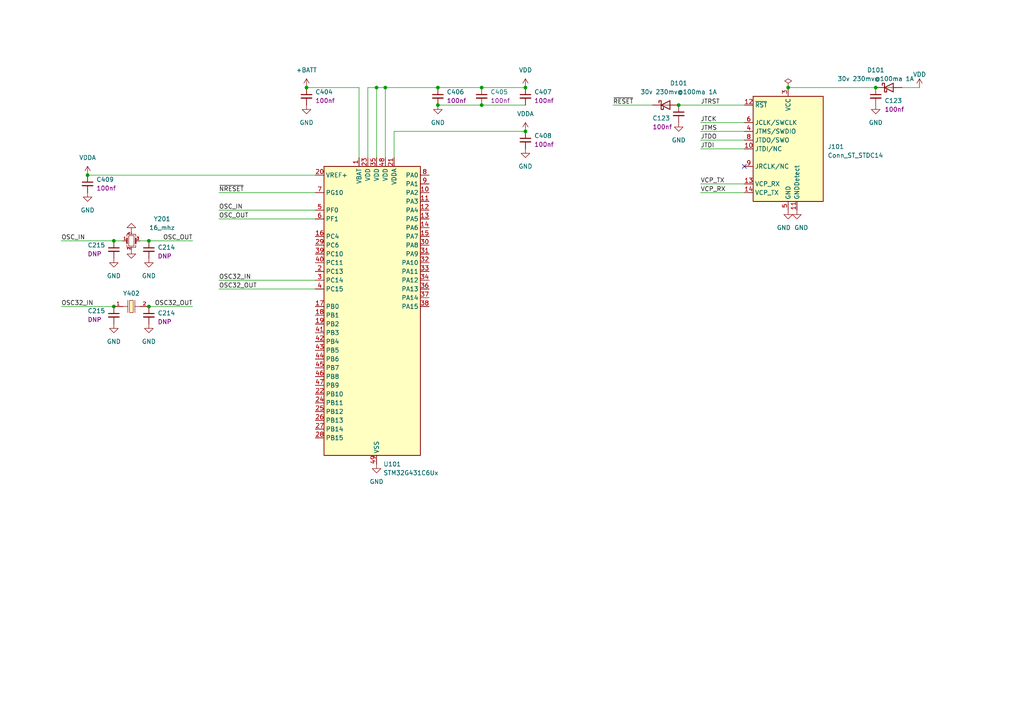
<source format=kicad_sch>
(kicad_sch (version 20230121) (generator eeschema)
  (paper "A4")
  (lib_symbols
    (symbol "Connector:Conn_ST_STDC14"
      (property "Reference" "J" (at -8.89 16.51 0))
      (property "Value" "Conn_ST_STDC14" (at 17.78 16.51 0))
      (symbol "Conn_ST_STDC14_0_1"
        (rectangle (start -10.16 15.24) (end 10.16 -15.24) (stroke (width 0.254)) (fill (type background)))
      )
      (symbol "Conn_ST_STDC14_1_1"
        (pin no_connect line (at -10.16 5.08 0) (length 2.54) hide (name "NC") (number "1"))
        (pin output line (at 12.7 0 180) (length 2.54) (name "JTDI/NC") (number "10"))
        (pin passive line (at -2.54 -17.78 90) (length 2.54) (name "GNDDetect") (number "11"))
        (pin open_collector line (at 12.7 12.7 180) (length 2.54) (name "~{RST}") (number "12"))
        (pin output line (at 12.7 -10.16 180) (length 2.54) (name "VCP_RX") (number "13"))
        (pin input line (at 12.7 -12.7 180) (length 2.54) (name "VCP_TX") (number "14"))
        (pin no_connect line (at -10.16 2.54 0) (length 2.54) hide (name "NC") (number "2"))
        (pin power_in line (at 0 17.78 270) (length 2.54) (name "VCC") (number "3"))
        (pin bidirectional line (at 12.7 5.08 180) (length 2.54) (name "JTMS/SWDIO") (number "4"))
        (pin power_in line (at 0 -17.78 90) (length 2.54) (name "GND") (number "5"))
        (pin output line (at 12.7 7.62 180) (length 2.54) (name "JCLK/SWCLK") (number "6"))
        (pin passive line (at 0 -17.78 90) (length 2.54) hide (name "GND") (number "7"))
        (pin input line (at 12.7 2.54 180) (length 2.54) (name "JTDO/SWO") (number "8"))
        (pin input line (at 12.7 -5.08 180) (length 2.54) (name "JRCLK/NC") (number "9"))
      )
    )
    (symbol "Device:D_Schottky" (pin_numbers hide) (pin_names (offset 1.016) hide)
      (property "Reference" "D" (at 0 2.54 0))
      (property "Value" "D_Schottky" (at 0 -2.54 0))
      (symbol "D_Schottky_0_1"
        (polyline (pts (xy 1.27 0) (xy -1.27 0)))
        (polyline (pts (xy 1.27 1.27) (xy 1.27 -1.27) (xy -1.27 0) (xy 1.27 1.27)) (stroke (width 0.254)))
        (polyline (pts (xy -1.905 0.635) (xy -1.905 1.27) (xy -1.27 1.27) (xy -1.27 -1.27) (xy -0.635 -1.27) (xy -0.635 -0.635)) (stroke (width 0.254)))
      )
      (symbol "D_Schottky_1_1"
        (pin passive line (at -3.81 0 0) (length 2.54) (name "K") (number "1"))
        (pin passive line (at 3.81 0 180) (length 2.54) (name "A") (number "2"))
      )
    )
    (symbol "LCSC_Capacitor:C_0402_100nf_X7R" (pin_numbers hide) (pin_names (offset 0.254) hide) (in_bom no)
      (property "Reference" "C" (at 0.254 1.778 0))
      (property "Capacitance" "100nf" (at 0 0 0))
      (symbol "C_0402_100nf_X7R_0_1"
        (polyline (pts (xy -1.524 -0.508) (xy 1.524 -0.508)) (stroke (width 0.3302)))
        (polyline (pts (xy -1.524 0.508) (xy 1.524 0.508)) (stroke (width 0.3048)))
      )
      (symbol "C_0402_100nf_X7R_1_1"
        (pin passive line (at 0 2.54 270) (length 2.032) (name "~") (number "1"))
        (pin passive line (at 0 -2.54 90) (length 2.032) (name "~") (number "2"))
      )
    )
    (symbol "LCSC_Capacitor:C_0402_DNP" (pin_numbers hide) (pin_names (offset 0.254) hide) (in_bom no)
      (property "Reference" "C" (at 0.254 1.778 0))
      (property "Capacitance" "DNP" (at 0 0 0))
      (symbol "C_0402_DNP_0_1"
        (polyline (pts (xy -1.524 -0.508) (xy 1.524 -0.508)) (stroke (width 0.3302)))
        (polyline (pts (xy -1.524 0.508) (xy 1.524 0.508)) (stroke (width 0.3048)))
      )
      (symbol "C_0402_DNP_1_1"
        (pin passive line (at 0 2.54 270) (length 2.032) (name "~") (number "1"))
        (pin passive line (at 0 -2.54 90) (length 2.032) (name "~") (number "2"))
      )
    )
    (symbol "LCSC_Crystal:Crystal_GND24_DNP" (pin_names (offset 1.016) hide) (in_bom no)
      (property "Reference" "Y" (at 1.27 4.445 0))
      (property "Value" "Crystal_GND24_DNP" (at 1.27 2.54 0))
      (symbol "Crystal_GND24_DNP_0_1"
        (rectangle (start -0.762 -1.524) (end 0.762 1.524))
        (polyline (pts (xy -1.27 -0.762) (xy -1.27 0.762)) (stroke (width 0.381)))
        (polyline (pts (xy 1.27 -0.762) (xy 1.27 0.762)) (stroke (width 0.381)))
        (polyline (pts (xy -1.27 -1.27) (xy -1.27 -1.905) (xy 1.27 -1.905) (xy 1.27 -1.27)))
        (polyline (pts (xy -1.27 1.27) (xy -1.27 1.905) (xy 1.27 1.905) (xy 1.27 1.27)))
      )
      (symbol "Crystal_GND24_DNP_1_1"
        (pin passive line (at -2.54 0 0) (length 1.27) (name "1") (number "1"))
        (pin passive line (at 0 -2.54 90) (length 0.635) (name "2") (number "2"))
        (pin passive line (at 2.54 0 180) (length 1.27) (name "3") (number "3"))
        (pin passive line (at 0 2.54 270) (length 0.635) (name "4") (number "4"))
      )
    )
    (symbol "LCSC_Crystal:Q13FC1350000400" (pin_names hide)
      (property "Reference" "Y" (at 0 2.54 0))
      (symbol "Q13FC1350000400_0_1"
        (rectangle (start -0.508 1.778) (end 0.508 -1.778) (fill (type background)))
        (polyline (pts (xy -2.54 0) (xy -1.016 0)))
        (polyline (pts (xy -1.016 1.778) (xy -1.016 -1.778)))
        (polyline (pts (xy 1.016 0) (xy 2.54 0)))
        (polyline (pts (xy 1.016 1.778) (xy 1.016 -1.778)))
        (pin bidirectional line (at -5.08 0 0) (length 2.54) (name "1") (number "1"))
        (pin bidirectional line (at 5.08 0 180) (length 2.54) (name "2") (number "2"))
      )
    )
    (symbol "MCU_ST_STM32G4:STM32G431C6Ux"
      (property "Reference" "U" (at -12.7 44.45 0))
      (property "Value" "STM32G431C6Ux" (at 10.16 44.45 0))
      (symbol "STM32G431C6Ux_0_1"
        (rectangle (start -12.7 -40.64) (end 15.24 43.18) (stroke (width 0.254)) (fill (type background)))
      )
      (symbol "STM32G431C6Ux_1_1"
        (pin power_in line (at -2.54 45.72 270) (length 2.54) (name "VBAT") (number "1"))
        (pin bidirectional line (at 17.78 35.56 180) (length 2.54) (name "PA2") (number "10"))
        (pin bidirectional line (at 17.78 33.02 180) (length 2.54) (name "PA3") (number "11"))
        (pin bidirectional line (at 17.78 30.48 180) (length 2.54) (name "PA4") (number "12"))
        (pin bidirectional line (at 17.78 27.94 180) (length 2.54) (name "PA5") (number "13"))
        (pin bidirectional line (at 17.78 25.4 180) (length 2.54) (name "PA6") (number "14"))
        (pin bidirectional line (at 17.78 22.86 180) (length 2.54) (name "PA7") (number "15"))
        (pin bidirectional line (at -15.24 22.86 0) (length 2.54) (name "PC4") (number "16"))
        (pin bidirectional line (at -15.24 2.54 0) (length 2.54) (name "PB0") (number "17"))
        (pin bidirectional line (at -15.24 0 0) (length 2.54) (name "PB1") (number "18"))
        (pin bidirectional line (at -15.24 -2.54 0) (length 2.54) (name "PB2") (number "19"))
        (pin bidirectional line (at -15.24 12.7 0) (length 2.54) (name "PC13") (number "2"))
        (pin input line (at -15.24 40.64 0) (length 2.54) (name "VREF+") (number "20"))
        (pin power_in line (at 7.62 45.72 270) (length 2.54) (name "VDDA") (number "21"))
        (pin bidirectional line (at -15.24 -22.86 0) (length 2.54) (name "PB10") (number "22"))
        (pin power_in line (at 0 45.72 270) (length 2.54) (name "VDD") (number "23"))
        (pin bidirectional line (at -15.24 -25.4 0) (length 2.54) (name "PB11") (number "24"))
        (pin bidirectional line (at -15.24 -27.94 0) (length 2.54) (name "PB12") (number "25"))
        (pin bidirectional line (at -15.24 -30.48 0) (length 2.54) (name "PB13") (number "26"))
        (pin bidirectional line (at -15.24 -33.02 0) (length 2.54) (name "PB14") (number "27"))
        (pin bidirectional line (at -15.24 -35.56 0) (length 2.54) (name "PB15") (number "28"))
        (pin bidirectional line (at -15.24 20.32 0) (length 2.54) (name "PC6") (number "29"))
        (pin bidirectional line (at -15.24 10.16 0) (length 2.54) (name "PC14") (number "3"))
        (pin bidirectional line (at 17.78 20.32 180) (length 2.54) (name "PA8") (number "30"))
        (pin bidirectional line (at 17.78 17.78 180) (length 2.54) (name "PA9") (number "31"))
        (pin bidirectional line (at 17.78 15.24 180) (length 2.54) (name "PA10") (number "32"))
        (pin bidirectional line (at 17.78 12.7 180) (length 2.54) (name "PA11") (number "33"))
        (pin bidirectional line (at 17.78 10.16 180) (length 2.54) (name "PA12") (number "34"))
        (pin power_in line (at 2.54 45.72 270) (length 2.54) (name "VDD") (number "35"))
        (pin bidirectional line (at 17.78 7.62 180) (length 2.54) (name "PA13") (number "36"))
        (pin bidirectional line (at 17.78 5.08 180) (length 2.54) (name "PA14") (number "37"))
        (pin bidirectional line (at 17.78 2.54 180) (length 2.54) (name "PA15") (number "38"))
        (pin bidirectional line (at -15.24 17.78 0) (length 2.54) (name "PC10") (number "39"))
        (pin bidirectional line (at -15.24 7.62 0) (length 2.54) (name "PC15") (number "4"))
        (pin bidirectional line (at -15.24 15.24 0) (length 2.54) (name "PC11") (number "40"))
        (pin bidirectional line (at -15.24 -5.08 0) (length 2.54) (name "PB3") (number "41"))
        (pin bidirectional line (at -15.24 -7.62 0) (length 2.54) (name "PB4") (number "42"))
        (pin bidirectional line (at -15.24 -10.16 0) (length 2.54) (name "PB5") (number "43"))
        (pin bidirectional line (at -15.24 -12.7 0) (length 2.54) (name "PB6") (number "44"))
        (pin bidirectional line (at -15.24 -15.24 0) (length 2.54) (name "PB7") (number "45"))
        (pin bidirectional line (at -15.24 -17.78 0) (length 2.54) (name "PB8") (number "46"))
        (pin bidirectional line (at -15.24 -20.32 0) (length 2.54) (name "PB9") (number "47"))
        (pin power_in line (at 5.08 45.72 270) (length 2.54) (name "VDD") (number "48"))
        (pin power_in line (at 2.54 -43.18 90) (length 2.54) (name "VSS") (number "49"))
        (pin bidirectional line (at -15.24 30.48 0) (length 2.54) (name "PF0") (number "5"))
        (pin bidirectional line (at -15.24 27.94 0) (length 2.54) (name "PF1") (number "6"))
        (pin bidirectional line (at -15.24 35.56 0) (length 2.54) (name "PG10") (number "7"))
        (pin bidirectional line (at 17.78 40.64 180) (length 2.54) (name "PA0") (number "8"))
        (pin bidirectional line (at 17.78 38.1 180) (length 2.54) (name "PA1") (number "9"))
      )
    )
    (symbol "power:+BATT" (power) (pin_names (offset 0))
      (property "Value" "+BATT" (at 0 3.556 0))
      (symbol "+BATT_0_1"
        (polyline (pts (xy -0.762 1.27) (xy 0 2.54)))
        (polyline (pts (xy 0 0) (xy 0 2.54)))
        (polyline (pts (xy 0 2.54) (xy 0.762 1.27)))
      )
      (symbol "+BATT_1_1"
        (pin power_in line (at 0 0 90) (length 0) hide (name "+BATT") (number "1"))
      )
    )
    (symbol "power:GND" (power) (pin_names (offset 0))
      (property "Value" "GND" (at 0 -3.81 0))
      (symbol "GND_0_1"
        (polyline (pts (xy 0 0) (xy 0 -1.27) (xy 1.27 -1.27) (xy 0 -2.54) (xy -1.27 -1.27) (xy 0 -1.27)))
      )
      (symbol "GND_1_1"
        (pin power_in line (at 0 0 270) (length 0) hide (name "GND") (number "1"))
      )
    )
    (symbol "power:PWR_FLAG" (power) (pin_numbers hide) (pin_names (offset 0) hide)
      (property "Value" "PWR_FLAG" (at 0 3.81 0))
      (symbol "PWR_FLAG_0_0"
        (pin power_out line (at 0 0 90) (length 0) (name "pwr") (number "1"))
      )
      (symbol "PWR_FLAG_0_1"
        (polyline (pts (xy 0 0) (xy 0 1.27) (xy -1.016 1.905) (xy 0 2.54) (xy 1.016 1.905) (xy 0 1.27)))
      )
    )
    (symbol "power:VDD" (power) (pin_names (offset 0))
      (property "Value" "VDD" (at 0 3.81 0))
      (symbol "VDD_0_1"
        (polyline (pts (xy -0.762 1.27) (xy 0 2.54)))
        (polyline (pts (xy 0 0) (xy 0 2.54)))
        (polyline (pts (xy 0 2.54) (xy 0.762 1.27)))
      )
      (symbol "VDD_1_1"
        (pin power_in line (at 0 0 90) (length 0) hide (name "VDD") (number "1"))
      )
    )
    (symbol "power:VDDA" (power) (pin_names (offset 0))
      (property "Value" "VDDA" (at 0 3.81 0))
      (symbol "VDDA_0_1"
        (polyline (pts (xy -0.762 1.27) (xy 0 2.54)))
        (polyline (pts (xy 0 0) (xy 0 2.54)))
        (polyline (pts (xy 0 2.54) (xy 0.762 1.27)))
      )
      (symbol "VDDA_1_1"
        (pin power_in line (at 0 0 90) (length 0) hide (name "VDDA") (number "1"))
      )
    )
  )
  (junction (at 152.4 25.4))
  (junction (at 43.18 88.9))
  (junction (at 196.85 30.48))
  (junction (at 139.7 30.48))
  (junction (at 88.9 25.4))
  (junction (at 152.4 38.1))
  (junction (at 111.76 25.4))
  (junction (at 127 25.4))
  (junction (at 33.02 69.85))
  (junction (at 228.6 25.4))
  (junction (at 43.18 69.85))
  (junction (at 109.22 25.4))
  (junction (at 139.7 25.4))
  (junction (at 127 30.48))
  (junction (at 25.4 50.8))
  (junction (at 33.02 88.9))
  (junction (at 254 25.4))
  (no_connect (at 215.9 48.26))
  (wire (pts (xy 106.68 25.4) (xy 106.68 45.72)))
  (wire (pts (xy 25.4 50.8) (xy 91.44 50.8)))
  (wire (pts (xy 215.9 53.34) (xy 203.2 53.34)))
  (wire (pts (xy 111.76 25.4) (xy 111.76 45.72)))
  (wire (pts (xy 106.68 25.4) (xy 109.22 25.4)))
  (wire (pts (xy 127 30.48) (xy 139.7 30.48)))
  (wire (pts (xy 203.2 40.64) (xy 215.9 40.64)))
  (wire (pts (xy 152.4 25.4) (xy 139.7 25.4)))
  (wire (pts (xy 17.78 88.9) (xy 33.02 88.9)))
  (wire (pts (xy 177.8 30.48) (xy 189.23 30.48)))
  (wire (pts (xy 203.2 35.56) (xy 215.9 35.56)))
  (wire (pts (xy 33.02 69.85) (xy 35.56 69.85)))
  (wire (pts (xy 104.14 25.4) (xy 104.14 45.72)))
  (wire (pts (xy 43.18 88.9) (xy 55.88 88.9)))
  (wire (pts (xy 228.6 25.4) (xy 254 25.4)))
  (wire (pts (xy 203.2 38.1) (xy 215.9 38.1)))
  (wire (pts (xy 139.7 25.4) (xy 127 25.4)))
  (wire (pts (xy 215.9 55.88) (xy 203.2 55.88)))
  (wire (pts (xy 114.3 38.1) (xy 114.3 45.72)))
  (wire (pts (xy 17.78 69.85) (xy 33.02 69.85)))
  (wire (pts (xy 43.18 69.85) (xy 40.64 69.85)))
  (wire (pts (xy 111.76 25.4) (xy 127 25.4)))
  (wire (pts (xy 63.5 55.88) (xy 91.44 55.88)))
  (wire (pts (xy 88.9 25.4) (xy 104.14 25.4)))
  (wire (pts (xy 203.2 43.18) (xy 215.9 43.18)))
  (wire (pts (xy 261.62 25.4) (xy 266.7 25.4)))
  (wire (pts (xy 196.85 30.48) (xy 215.9 30.48)))
  (wire (pts (xy 55.88 69.85) (xy 43.18 69.85)))
  (wire (pts (xy 63.5 60.96) (xy 91.44 60.96)))
  (wire (pts (xy 109.22 25.4) (xy 111.76 25.4)))
  (wire (pts (xy 109.22 45.72) (xy 109.22 25.4)))
  (wire (pts (xy 63.5 81.28) (xy 91.44 81.28)))
  (wire (pts (xy 63.5 63.5) (xy 91.44 63.5)))
  (wire (pts (xy 139.7 30.48) (xy 152.4 30.48)))
  (wire (pts (xy 152.4 38.1) (xy 114.3 38.1)))
  (wire (pts (xy 63.5 83.82) (xy 91.44 83.82)))
  (label "OSC32_IN" (at 63.5 81.28 0) (property "Netclass" "RCC" (effects hide)))
  (label "OSC_IN" (at 17.78 69.85 0) (property "Netclass" "RCC" (effects hide)))
  (label "VCP_TX" (at 203.2 53.34 0) (property "Netclass" "UART" (effects hide)))
  (label "OSC32_OUT" (at 55.88 88.9 180) (property "Netclass" "RCC" (effects hide)))
  (label "JTDO" (at 203.2 40.64 0))
  (label "OSC_OUT" (at 55.88 69.85 180) (property "Netclass" "RCC" (effects hide)))
  (label "OSC32_IN" (at 17.78 88.9 0) (property "Netclass" "RCC" (effects hide)))
  (label "JTCK" (at 203.2 35.56 0))
  (label "OSC_IN" (at 63.5 60.96 0) (property "Netclass" "RCC" (effects hide)))
  (label "JTMS" (at 203.2 38.1 0))
  (label "~{NRESET}" (at 63.5 55.88 0) (property "Netclass" "GPIO" (effects hide)))
  (label "JTRST" (at 203.2 30.48 0) (property "Netclass" "JTAG" (effects hide)))
  (label "OSC_OUT" (at 63.5 63.5 0) (property "Netclass" "RCC" (effects hide)))
  (label "OSC32_OUT" (at 63.5 83.82 0) (property "Netclass" "RCC" (effects hide)))
  (label "~{RESET}" (at 177.8 30.48 0) (property "Netclass" "GPIO" (effects hide)))
  (label "JTDI" (at 203.2 43.18 0))
  (label "VCP_RX" (at 203.2 55.88 0) (property "Netclass" "UART" (effects hide)))
  (symbol (lib_id "power:GND") (at 109.22 134.62 0) (unit 1)
    (property "Reference" "#PWR0413" (effects hide))
    (property "Value" "GND" (at 109.22 139.7 0))
  )
  (symbol (lib_id "power:GND") (at 254 30.48 0) (unit 1)
    (property "Reference" "#PWR0133" (effects hide))
    (property "Value" "GND" (at 254 35.56 0))
    (instances (project "PCBot" (path "" (reference "#PWR0133") (unit 1))) (project "150g-battlebot-pcb" (path "" (reference "#PWR0402") (unit 1))) (project "underglow2" (path "" (reference "#PWR0525") (unit 1))))
  )
  (symbol (lib_id "power:GND") (at 196.85 35.56 0) (unit 1)
    (property "Reference" "#PWR0133" (effects hide))
    (property "Value" "GND" (at 196.85 40.64 0))
    (instances (project "PCBot" (path "" (reference "#PWR0133") (unit 1))) (project "150g-battlebot-pcb" (path "" (reference "#PWR0414") (unit 1))) (project "underglow2" (path "" (reference "#PWR0525") (unit 1))))
  )
  (symbol (lib_id "MCU_ST_STM32G4:STM32G431C6Ux") (at 106.68 91.44 0) (unit 1)
    (property "Reference" "U101" (at 111.1759 134.62 0) (effects (justify left)))
    (property "Value" "STM32G431C6Ux" (at 111.1759 137.16 0) (effects (justify left)))
    (property "Footprint" "Package_DFN_QFN:QFN-48-1EP_7x7mm_P0.5mm_EP5.6x5.6mm" (effects hide))
    (property "Datasheet" "https://www.st.com/resource/en/datasheet/stm32g431c6.pdf" (effects hide))
    (instances (project "150g-battlebot-pcb" (path "" (reference "U101") (unit 1)) (path "" (reference "U401") (unit 1))))
  )
  (symbol (lib_id "LCSC_Capacitor:C_0402_DNP") (at 33.02 72.39 0) (unit 1) (in_bom no)
    (property "Reference" "C215" (at 25.4 71.12 0) (effects (justify left)))
    (property "Value" "C_0402_DNP" (effects hide))
    (property "Footprint" "Capacitor_SMD:C_0402_1005Metric" (effects hide))
    (property "Capacitance" "DNP" (at 25.4 73.66 0) (effects (justify left)))
    (instances (project "PCBot" (path "" (reference "C215") (unit 1))) (project "150g-battlebot-pcb" (path "" (reference "C215") (unit 1)) (path "" (reference "C402") (unit 1))))
  )
  (symbol (lib_id "Connector:Conn_ST_STDC14") (at 228.6 43.18 0) (mirror y) (unit 1) (in_bom no)
    (property "Reference" "J101" (at 240.03 42.545 0) (effects (justify right)))
    (property "Value" "Conn_ST_STDC14" (at 240.03 45.085 0) (effects (justify right)))
    (property "Footprint" "LCSC_Connector:TC2070-IDC-FP" (effects hide))
    (property "Datasheet" "https://www.st.com/content/ccc/resource/technical/document/user_manual/group1/99/49/91/b6/b2/3a/46/e5/DM00526767/files/DM00526767.pdf/jcr:content/translations/en.DM00526767.pdf" (effects hide))
    (instances (project "PCBot" (path "" (reference "J101") (unit 1))) (project "150g-battlebot-pcb" (path "" (reference "J401") (unit 1))) (project "underglow2" (path "" (reference "J501") (unit 1))))
  )
  (symbol (lib_id "LCSC_Capacitor:C_0402_100nf_X7R") (at 254 27.94 0) (unit 1)
    (property "Reference" "C123" (at 256.54 29.21 0) (effects (justify left)))
    (property "Value" "C_0402_100nf_X7R" (effects hide))
    (property "Footprint" "Capacitor_SMD:C_0402_1005Metric" (effects hide))
    (property "Datasheet" "https://datasheet.lcsc.com/lcsc/1811141731_FH--Guangdong-Fenghua-Advanced-Tech-0402B104K500NT_C110251.pdf" (effects hide))
    (property "MPN" "0402B104K500NT" (effects hide))
    (property "LCSC" "C110251" (effects hide))
    (property "Capacitance" "100nf" (at 256.54 31.75 0) (effects (justify left)))
    (property "Voltage" "50V" (effects hide))
    (property "Temperature" "X7R" (effects hide))
    (instances (project "PCBot" (path "" (reference "C123") (unit 1))) (project "150g-battlebot-pcb" (path "" (reference "C401") (unit 1))) (project "underglow2" (path "" (reference "C520") (unit 1))))
  )
  (symbol (lib_id "LCSC_Capacitor:C_0402_100nf_X7R") (at 139.7 27.94 0) (unit 1) (in_bom no)
    (property "Reference" "C405" (at 142.24 26.6763 0) (effects (justify left)))
    (property "Value" "C_0402_100nf_X7R" (effects hide))
    (property "Footprint" "Capacitor_SMD:C_0402_1005Metric" (effects hide))
    (property "Datasheet" "https://datasheet.lcsc.com/lcsc/1811141731_FH--Guangdong-Fenghua-Advanced-Tech-0402B104K500NT_C110251.pdf" (effects hide))
    (property "MPN" "0402B104K500NT" (effects hide))
    (property "LCSC" "C110251" (effects hide))
    (property "Capacitance" "100nf" (at 142.24 29.2163 0) (effects (justify left)))
    (property "Voltage" "50V" (effects hide))
    (property "Temperature" "X7R" (effects hide))
  )
  (symbol (lib_id "power:GND") (at 38.1 67.31 180) (unit 1)
    (property "Reference" "#PWR0418" (effects hide))
    (property "Value" "GND" (effects hide))
  )
  (symbol (lib_id "power:VDD") (at 266.7 25.4 0) (unit 1)
    (property "Reference" "#PWR0132" (effects hide))
    (property "Value" "VDD" (at 266.7 21.59 0))
    (instances (project "PCBot" (path "" (reference "#PWR0132") (unit 1))) (project "150g-battlebot-pcb" (path "" (reference "#PWR0401") (unit 1))) (project "underglow2" (path "" (reference "#PWR0532") (unit 1))))
  )
  (symbol (lib_id "power:GND") (at 33.02 74.93 0) (unit 1)
    (property "Reference" "#PWR0415" (effects hide))
    (property "Value" "GND" (at 33.02 80.01 0))
  )
  (symbol (lib_id "power:GND") (at 152.4 43.18 0) (unit 1)
    (property "Reference" "#PWR0408" (effects hide))
    (property "Value" "GND" (at 152.4 48.26 0))
  )
  (symbol (lib_id "power:GND") (at 231.14 60.96 0) (unit 1)
    (property "Reference" "#PWR0136" (effects hide))
    (property "Value" "GND" (at 232.41 66.04 0))
    (instances (project "PCBot" (path "" (reference "#PWR0136") (unit 1))) (project "150g-battlebot-pcb" (path "" (reference "#PWR0404") (unit 1))) (project "underglow2" (path "" (reference "#PWR0524") (unit 1))))
  )
  (symbol (lib_id "power:VDDA") (at 25.4 50.8 0) (unit 1)
    (property "Reference" "#PWR0411" (effects hide))
    (property "Value" "VDDA" (at 25.4 45.72 0))
  )
  (symbol (lib_id "power:VDD") (at 152.4 25.4 0) (unit 1)
    (property "Reference" "#PWR0410" (effects hide))
    (property "Value" "VDD" (at 152.4 20.32 0))
  )
  (symbol (lib_id "LCSC_Capacitor:C_0402_100nf_X7R") (at 152.4 40.64 0) (unit 1) (in_bom no)
    (property "Reference" "C408" (at 154.94 39.3763 0) (effects (justify left)))
    (property "Value" "C_0402_100nf_X7R" (effects hide))
    (property "Footprint" "Capacitor_SMD:C_0402_1005Metric" (effects hide))
    (property "Datasheet" "https://datasheet.lcsc.com/lcsc/1811141731_FH--Guangdong-Fenghua-Advanced-Tech-0402B104K500NT_C110251.pdf" (effects hide))
    (property "MPN" "0402B104K500NT" (effects hide))
    (property "LCSC" "C110251" (effects hide))
    (property "Capacitance" "100nf" (at 154.94 41.9163 0) (effects (justify left)))
    (property "Voltage" "50V" (effects hide))
    (property "Temperature" "X7R" (effects hide))
  )
  (symbol (lib_id "Device:D_Schottky") (at 193.04 30.48 0) (unit 1)
    (property "Reference" "D101" (at 196.85 24.13 0))
    (property "Value" "30v 230mv@100ma 1A" (at 196.85 26.67 0))
    (property "Footprint" "Diode_SMD:D_SOD-323F" (effects hide))
    (property "Datasheet" "https://datasheet.lcsc.com/lcsc/1810181811_TOSHIBA-CUS10S30-H3F_C146335.pdf" (effects hide))
    (property "LCSC" "C146335" (effects hide))
    (property "MPN" "CUS10S30,H3F" (effects hide))
    (instances (project "PCBot" (path "" (reference "D101") (unit 1))) (project "150g-battlebot-pcb" (path "" (reference "D402") (unit 1))) (project "underglow2" (path "" (reference "D202") (unit 1)) (path "" (reference "D505") (unit 1))))
  )
  (symbol (lib_id "LCSC_Capacitor:C_0402_DNP") (at 43.18 91.44 0) (unit 1) (in_bom no)
    (property "Reference" "C214" (at 45.72 90.8113 0) (effects (justify left)))
    (property "Value" "C_0402_DNP" (effects hide))
    (property "Footprint" "Capacitor_SMD:C_0402_1005Metric" (effects hide))
    (property "Capacitance" "DNP" (at 45.72 93.3513 0) (effects (justify left)))
    (instances (project "PCBot" (path "" (reference "C214") (unit 1))) (project "150g-battlebot-pcb" (path "" (reference "C214") (unit 1)) (path "" (reference "C411") (unit 1))))
  )
  (symbol (lib_id "power:GND") (at 25.4 55.88 0) (unit 1)
    (property "Reference" "#PWR0412" (effects hide))
    (property "Value" "GND" (at 25.4 60.96 0))
  )
  (symbol (lib_id "LCSC_Capacitor:C_0402_100nf_X7R") (at 25.4 53.34 0) (unit 1) (in_bom no)
    (property "Reference" "C409" (at 27.94 52.0763 0) (effects (justify left)))
    (property "Value" "C_0402_100nf_X7R" (effects hide))
    (property "Footprint" "Capacitor_SMD:C_0402_1005Metric" (effects hide))
    (property "Datasheet" "https://datasheet.lcsc.com/lcsc/1811141731_FH--Guangdong-Fenghua-Advanced-Tech-0402B104K500NT_C110251.pdf" (effects hide))
    (property "MPN" "0402B104K500NT" (effects hide))
    (property "LCSC" "C110251" (effects hide))
    (property "Capacitance" "100nf" (at 27.94 54.6163 0) (effects (justify left)))
    (property "Voltage" "50V" (effects hide))
    (property "Temperature" "X7R" (effects hide))
  )
  (symbol (lib_id "LCSC_Crystal:Crystal_GND24_DNP") (at 38.1 69.85 0) (unit 1) (in_bom no)
    (property "Reference" "Y201" (at 46.99 63.5 0))
    (property "Value" "16_mhz" (at 46.99 66.04 0))
    (property "Footprint" "Crystal:Crystal_SMD_3225-4Pin_3.2x2.5mm" (effects hide))
    (instances (project "PCBot" (path "" (reference "Y201") (unit 1))) (project "150g-battlebot-pcb" (path "" (reference "Y201") (unit 1)) (path "" (reference "Y401") (unit 1))))
  )
  (symbol (lib_id "power:GND") (at 33.02 93.98 0) (unit 1)
    (property "Reference" "#PWR0419" (effects hide))
    (property "Value" "GND" (at 33.02 99.06 0))
  )
  (symbol (lib_id "LCSC_Crystal:Q13FC1350000400") (at 38.1 88.9 0) (unit 1)
    (property "Reference" "Y402" (at 38.1 85.09 0))
    (property "Value" "Q13FC1350000400" (effects hide))
    (property "Footprint" "Crystal:Crystal_SMD_3215-2Pin_3.2x1.5mm" (effects hide))
    (property "Datasheet" "https://datasheet.lcsc.com/lcsc/1810171817_Seiko-Epson-Q13FC1350000400_C32346.pdf" (effects hide))
    (property "LCSC" "C32346" (effects hide))
    (property "Frequency" "32.768kHz" (effects hide))
  )
  (symbol (lib_id "power:GND") (at 43.18 93.98 0) (unit 1)
    (property "Reference" "#PWR0420" (effects hide))
    (property "Value" "GND" (at 43.18 99.06 0))
  )
  (symbol (lib_id "LCSC_Capacitor:C_0402_100nf_X7R") (at 196.85 33.02 0) (unit 1)
    (property "Reference" "C123" (at 189.23 34.29 0) (effects (justify left)))
    (property "Value" "C_0402_100nf_X7R" (effects hide))
    (property "Footprint" "Capacitor_SMD:C_0402_1005Metric" (effects hide))
    (property "Datasheet" "https://datasheet.lcsc.com/lcsc/1811141731_FH--Guangdong-Fenghua-Advanced-Tech-0402B104K500NT_C110251.pdf" (effects hide))
    (property "MPN" "0402B104K500NT" (effects hide))
    (property "LCSC" "C110251" (effects hide))
    (property "Capacitance" "100nf" (at 189.23 36.83 0) (effects (justify left)))
    (property "Voltage" "50V" (effects hide))
    (property "Temperature" "X7R" (effects hide))
    (instances (project "PCBot" (path "" (reference "C123") (unit 1))) (project "150g-battlebot-pcb" (path "" (reference "C412") (unit 1))) (project "underglow2" (path "" (reference "C520") (unit 1))))
  )
  (symbol (lib_id "power:GND") (at 88.9 30.48 0) (unit 1)
    (property "Reference" "#PWR0406" (effects hide))
    (property "Value" "GND" (at 88.9 35.56 0))
  )
  (symbol (lib_id "power:VDDA") (at 152.4 38.1 0) (unit 1)
    (property "Reference" "#PWR0409" (effects hide))
    (property "Value" "VDDA" (at 152.4 33.02 0))
  )
  (symbol (lib_id "LCSC_Capacitor:C_0402_100nf_X7R") (at 152.4 27.94 0) (unit 1) (in_bom no)
    (property "Reference" "C407" (at 154.94 26.6763 0) (effects (justify left)))
    (property "Value" "C_0402_100nf_X7R" (effects hide))
    (property "Footprint" "Capacitor_SMD:C_0402_1005Metric" (effects hide))
    (property "Datasheet" "https://datasheet.lcsc.com/lcsc/1811141731_FH--Guangdong-Fenghua-Advanced-Tech-0402B104K500NT_C110251.pdf" (effects hide))
    (property "MPN" "0402B104K500NT" (effects hide))
    (property "LCSC" "C110251" (effects hide))
    (property "Capacitance" "100nf" (at 154.94 29.2163 0) (effects (justify left)))
    (property "Voltage" "50V" (effects hide))
    (property "Temperature" "X7R" (effects hide))
  )
  (symbol (lib_id "Device:D_Schottky") (at 257.81 25.4 0) (unit 1)
    (property "Reference" "D101" (at 254 20.32 0))
    (property "Value" "30v 230mv@100ma 1A" (at 254 22.86 0))
    (property "Footprint" "Diode_SMD:D_SOD-323F" (effects hide))
    (property "Datasheet" "https://datasheet.lcsc.com/lcsc/1810181811_TOSHIBA-CUS10S30-H3F_C146335.pdf" (effects hide))
    (property "LCSC" "C146335" (effects hide))
    (property "MPN" "CUS10S30,H3F" (effects hide))
    (instances (project "PCBot" (path "" (reference "D101") (unit 1))) (project "150g-battlebot-pcb" (path "" (reference "D401") (unit 1))) (project "underglow2" (path "" (reference "D202") (unit 1)) (path "" (reference "D505") (unit 1))))
  )
  (symbol (lib_id "power:GND") (at 38.1 72.39 0) (unit 1)
    (property "Reference" "#PWR0417" (effects hide))
    (property "Value" "GND" (effects hide))
  )
  (symbol (lib_id "power:GND") (at 127 30.48 0) (unit 1)
    (property "Reference" "#PWR0407" (effects hide))
    (property "Value" "GND" (at 127 35.56 0))
  )
  (symbol (lib_id "LCSC_Capacitor:C_0402_100nf_X7R") (at 88.9 27.94 0) (unit 1) (in_bom no)
    (property "Reference" "C404" (at 91.44 26.6763 0) (effects (justify left)))
    (property "Value" "C_0402_100nf_X7R" (effects hide))
    (property "Footprint" "Capacitor_SMD:C_0402_1005Metric" (effects hide))
    (property "Datasheet" "https://datasheet.lcsc.com/lcsc/1811141731_FH--Guangdong-Fenghua-Advanced-Tech-0402B104K500NT_C110251.pdf" (effects hide))
    (property "MPN" "0402B104K500NT" (effects hide))
    (property "LCSC" "C110251" (effects hide))
    (property "Capacitance" "100nf" (at 91.44 29.2163 0) (effects (justify left)))
    (property "Voltage" "50V" (effects hide))
    (property "Temperature" "X7R" (effects hide))
  )
  (symbol (lib_id "LCSC_Capacitor:C_0402_DNP") (at 43.18 72.39 0) (unit 1) (in_bom no)
    (property "Reference" "C214" (at 45.72 71.7613 0) (effects (justify left)))
    (property "Value" "C_0402_DNP" (effects hide))
    (property "Footprint" "Capacitor_SMD:C_0402_1005Metric" (effects hide))
    (property "Capacitance" "DNP" (at 45.72 74.3013 0) (effects (justify left)))
    (instances (project "PCBot" (path "" (reference "C214") (unit 1))) (project "150g-battlebot-pcb" (path "" (reference "C214") (unit 1)) (path "" (reference "C403") (unit 1))))
  )
  (symbol (lib_id "LCSC_Capacitor:C_0402_DNP") (at 33.02 91.44 0) (unit 1) (in_bom no)
    (property "Reference" "C215" (at 25.4 90.17 0) (effects (justify left)))
    (property "Value" "C_0402_DNP" (effects hide))
    (property "Footprint" "Capacitor_SMD:C_0402_1005Metric" (effects hide))
    (property "Capacitance" "DNP" (at 25.4 92.71 0) (effects (justify left)))
    (instances (project "PCBot" (path "" (reference "C215") (unit 1))) (project "150g-battlebot-pcb" (path "" (reference "C215") (unit 1)) (path "" (reference "C410") (unit 1))))
  )
  (symbol (lib_id "power:GND") (at 43.18 74.93 0) (unit 1)
    (property "Reference" "#PWR0416" (effects hide))
    (property "Value" "GND" (at 43.18 80.01 0))
  )
  (symbol (lib_id "power:+BATT") (at 88.9 25.4 0) (unit 1)
    (property "Reference" "#PWR0405" (effects hide))
    (property "Value" "+BATT" (at 88.9 20.32 0))
  )
  (symbol (lib_id "power:GND") (at 228.6 60.96 0) (unit 1)
    (property "Reference" "#PWR0135" (effects hide))
    (property "Value" "GND" (at 227.33 66.04 0))
    (instances (project "PCBot" (path "" (reference "#PWR0135") (unit 1))) (project "150g-battlebot-pcb" (path "" (reference "#PWR0403") (unit 1))) (project "underglow2" (path "" (reference "#PWR0523") (unit 1))))
  )
  (symbol (lib_id "LCSC_Capacitor:C_0402_100nf_X7R") (at 127 27.94 0) (unit 1) (in_bom no)
    (property "Reference" "C406" (at 129.54 26.6763 0) (effects (justify left)))
    (property "Value" "C_0402_100nf_X7R" (effects hide))
    (property "Footprint" "Capacitor_SMD:C_0402_1005Metric" (effects hide))
    (property "Datasheet" "https://datasheet.lcsc.com/lcsc/1811141731_FH--Guangdong-Fenghua-Advanced-Tech-0402B104K500NT_C110251.pdf" (effects hide))
    (property "MPN" "0402B104K500NT" (effects hide))
    (property "LCSC" "C110251" (effects hide))
    (property "Capacitance" "100nf" (at 129.54 29.2163 0) (effects (justify left)))
    (property "Voltage" "50V" (effects hide))
    (property "Temperature" "X7R" (effects hide))
  )
  (symbol (lib_id "power:PWR_FLAG") (at 228.6 25.4 0) (unit 1)
    (property "Reference" "#FLG0101" (effects hide))
    (property "Value" "PWR_FLAG" (effects hide))
    (instances (project "PCBot" (path "" (reference "#FLG0101") (unit 1))) (project "150g-battlebot-pcb" (path "" (reference "#FLG0401") (unit 1))) (project "underglow2" (path "" (reference "#FLG0501") (unit 1))))
  )
)
</source>
